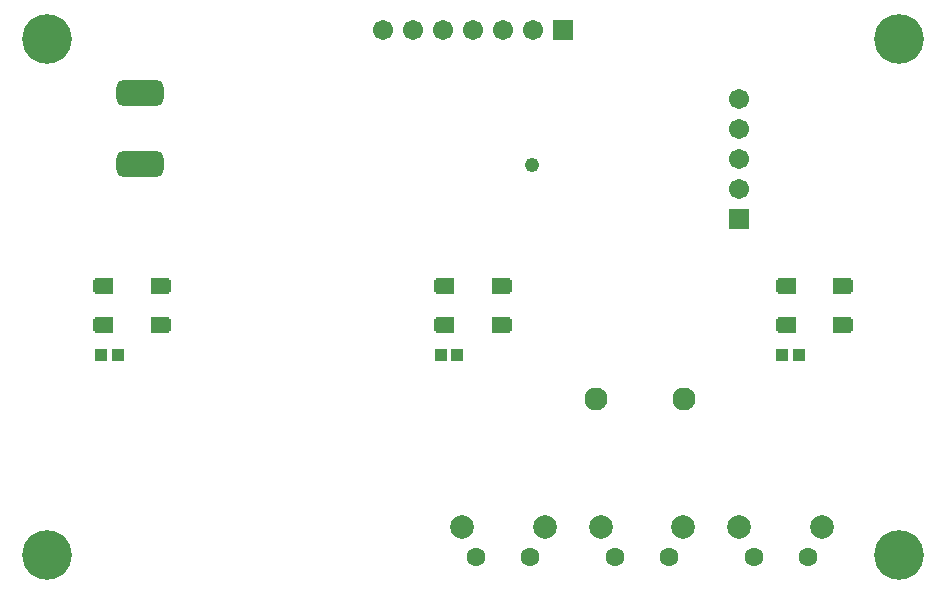
<source format=gbs>
G04*
G04 #@! TF.GenerationSoftware,Altium Limited,Altium Designer,21.0.8 (223)*
G04*
G04 Layer_Color=16711935*
%FSLAX25Y25*%
%MOIN*%
G70*
G04*
G04 #@! TF.SameCoordinates,2B0E51DB-16DA-4BED-BE65-32D912633A35*
G04*
G04*
G04 #@! TF.FilePolarity,Negative*
G04*
G01*
G75*
%ADD34C,0.06706*%
%ADD35R,0.06706X0.06706*%
G04:AMPARAMS|DCode=36|XSize=158mil|YSize=86.74mil|CornerRadius=23.68mil|HoleSize=0mil|Usage=FLASHONLY|Rotation=0.000|XOffset=0mil|YOffset=0mil|HoleType=Round|Shape=RoundedRectangle|*
%AMROUNDEDRECTD36*
21,1,0.15800,0.03937,0,0,0.0*
21,1,0.11063,0.08674,0,0,0.0*
1,1,0.04737,0.05531,-0.01968*
1,1,0.04737,-0.05531,-0.01968*
1,1,0.04737,-0.05531,0.01968*
1,1,0.04737,0.05531,0.01968*
%
%ADD36ROUNDEDRECTD36*%
%ADD37C,0.06312*%
%ADD38C,0.07700*%
%ADD39R,0.06706X0.06706*%
%ADD40C,0.04800*%
%ADD41C,0.07887*%
%ADD42C,0.16548*%
%ADD74R,0.03950X0.04343*%
%ADD75R,0.05918X0.05524*%
%ADD76R,0.06706X0.04343*%
D34*
X368500Y484500D02*
D03*
X378500D02*
D03*
X388500D02*
D03*
X398500D02*
D03*
X418500D02*
D03*
X408500D02*
D03*
X487000Y461500D02*
D03*
Y451500D02*
D03*
Y441500D02*
D03*
Y431500D02*
D03*
D35*
X428500Y484500D02*
D03*
D36*
X287500Y463500D02*
D03*
Y439878D02*
D03*
D37*
X492000Y309000D02*
D03*
X509913D02*
D03*
X445772D02*
D03*
X463685D02*
D03*
X399543D02*
D03*
X417457D02*
D03*
D38*
X468750Y361500D02*
D03*
X439250D02*
D03*
D39*
X487000Y421500D02*
D03*
D40*
X418000Y439500D02*
D03*
D41*
X487177Y318843D02*
D03*
X514736D02*
D03*
X440949D02*
D03*
X468508D02*
D03*
X394721D02*
D03*
X422280D02*
D03*
D42*
X540500Y481500D02*
D03*
X256500Y309500D02*
D03*
X540500D02*
D03*
X256500Y481500D02*
D03*
D74*
X279947Y376146D02*
D03*
X274435D02*
D03*
X393168D02*
D03*
X387656D02*
D03*
X506947D02*
D03*
X501435D02*
D03*
D75*
X293907Y399142D02*
D03*
Y386150D02*
D03*
X275403Y399142D02*
D03*
Y386150D02*
D03*
X407675Y399142D02*
D03*
Y386150D02*
D03*
X389171Y399142D02*
D03*
Y386150D02*
D03*
X521443Y399142D02*
D03*
Y386150D02*
D03*
X502939Y399142D02*
D03*
Y386150D02*
D03*
D76*
X294301Y399142D02*
D03*
Y386150D02*
D03*
X275009Y399142D02*
D03*
Y386150D02*
D03*
X408069Y399142D02*
D03*
Y386150D02*
D03*
X388777Y399142D02*
D03*
Y386150D02*
D03*
X521837Y399142D02*
D03*
Y386150D02*
D03*
X502546Y399142D02*
D03*
Y386150D02*
D03*
M02*

</source>
